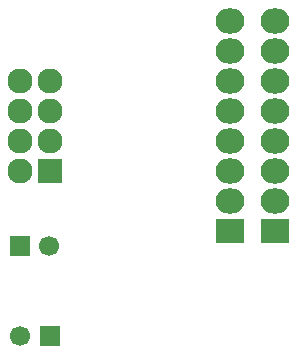
<source format=gts>
G04 #@! TF.FileFunction,Soldermask,Top*
%FSLAX46Y46*%
G04 Gerber Fmt 4.6, Leading zero omitted, Abs format (unit mm)*
G04 Created by KiCad (PCBNEW 4.0.2-stable) date Friday, 27 May 2016 'pmt' 12:53:24*
%MOMM*%
G01*
G04 APERTURE LIST*
%ADD10C,0.100000*%
%ADD11R,1.700000X1.700000*%
%ADD12C,1.700000*%
%ADD13R,2.127200X2.127200*%
%ADD14O,2.127200X2.127200*%
%ADD15R,2.432000X2.127200*%
%ADD16O,2.432000X2.127200*%
G04 APERTURE END LIST*
D10*
D11*
X158750000Y-123190000D03*
D12*
X156250000Y-123190000D03*
X158710000Y-115570000D03*
D11*
X156210000Y-115570000D03*
D13*
X158750000Y-109220000D03*
D14*
X156210000Y-109220000D03*
X158750000Y-106680000D03*
X156210000Y-106680000D03*
X158750000Y-104140000D03*
X156210000Y-104140000D03*
X158750000Y-101600000D03*
X156210000Y-101600000D03*
D15*
X177800000Y-114300000D03*
D16*
X177800000Y-111760000D03*
X177800000Y-109220000D03*
X177800000Y-106680000D03*
X177800000Y-104140000D03*
X177800000Y-101600000D03*
X177800000Y-99060000D03*
X177800000Y-96520000D03*
D15*
X173990000Y-114300000D03*
D16*
X173990000Y-111760000D03*
X173990000Y-109220000D03*
X173990000Y-106680000D03*
X173990000Y-104140000D03*
X173990000Y-101600000D03*
X173990000Y-99060000D03*
X173990000Y-96520000D03*
M02*

</source>
